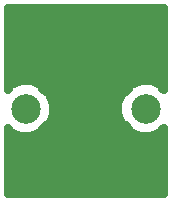
<source format=gbl>
G04 (created by PCBNEW (2013-07-07 BZR 4022)-stable) date 11/9/2013 6:23:53 PM*
%MOIN*%
G04 Gerber Fmt 3.4, Leading zero omitted, Abs format*
%FSLAX34Y34*%
G01*
G70*
G90*
G04 APERTURE LIST*
%ADD10C,0.006*%
%ADD11C,0.0984252*%
%ADD12C,0.025*%
G04 APERTURE END LIST*
G54D10*
G54D11*
X40000Y-18500D03*
X36000Y-18500D03*
G54D10*
G36*
X40600Y-21350D02*
X35400Y-21350D01*
X35400Y-19126D01*
X35448Y-19174D01*
X35470Y-19270D01*
X35806Y-19414D01*
X36170Y-19419D01*
X36509Y-19283D01*
X36529Y-19270D01*
X36551Y-19174D01*
X36674Y-19051D01*
X36770Y-19029D01*
X36914Y-18693D01*
X36919Y-18329D01*
X36783Y-17990D01*
X36770Y-17970D01*
X36674Y-17948D01*
X36551Y-17825D01*
X36529Y-17729D01*
X36193Y-17585D01*
X35829Y-17580D01*
X35490Y-17716D01*
X35470Y-17729D01*
X35448Y-17825D01*
X35400Y-17873D01*
X35400Y-15150D01*
X40600Y-15150D01*
X40600Y-17873D01*
X40551Y-17825D01*
X40529Y-17729D01*
X40193Y-17585D01*
X39829Y-17580D01*
X39490Y-17716D01*
X39470Y-17729D01*
X39448Y-17825D01*
X39325Y-17948D01*
X39229Y-17970D01*
X39085Y-18306D01*
X39080Y-18670D01*
X39216Y-19009D01*
X39229Y-19029D01*
X39325Y-19051D01*
X39448Y-19174D01*
X39470Y-19270D01*
X39806Y-19414D01*
X40170Y-19419D01*
X40509Y-19283D01*
X40529Y-19270D01*
X40551Y-19174D01*
X40600Y-19126D01*
X40600Y-21350D01*
X40600Y-21350D01*
G37*
G54D12*
X40600Y-21350D02*
X35400Y-21350D01*
X35400Y-19126D01*
X35448Y-19174D01*
X35470Y-19270D01*
X35806Y-19414D01*
X36170Y-19419D01*
X36509Y-19283D01*
X36529Y-19270D01*
X36551Y-19174D01*
X36674Y-19051D01*
X36770Y-19029D01*
X36914Y-18693D01*
X36919Y-18329D01*
X36783Y-17990D01*
X36770Y-17970D01*
X36674Y-17948D01*
X36551Y-17825D01*
X36529Y-17729D01*
X36193Y-17585D01*
X35829Y-17580D01*
X35490Y-17716D01*
X35470Y-17729D01*
X35448Y-17825D01*
X35400Y-17873D01*
X35400Y-15150D01*
X40600Y-15150D01*
X40600Y-17873D01*
X40551Y-17825D01*
X40529Y-17729D01*
X40193Y-17585D01*
X39829Y-17580D01*
X39490Y-17716D01*
X39470Y-17729D01*
X39448Y-17825D01*
X39325Y-17948D01*
X39229Y-17970D01*
X39085Y-18306D01*
X39080Y-18670D01*
X39216Y-19009D01*
X39229Y-19029D01*
X39325Y-19051D01*
X39448Y-19174D01*
X39470Y-19270D01*
X39806Y-19414D01*
X40170Y-19419D01*
X40509Y-19283D01*
X40529Y-19270D01*
X40551Y-19174D01*
X40600Y-19126D01*
X40600Y-21350D01*
M02*

</source>
